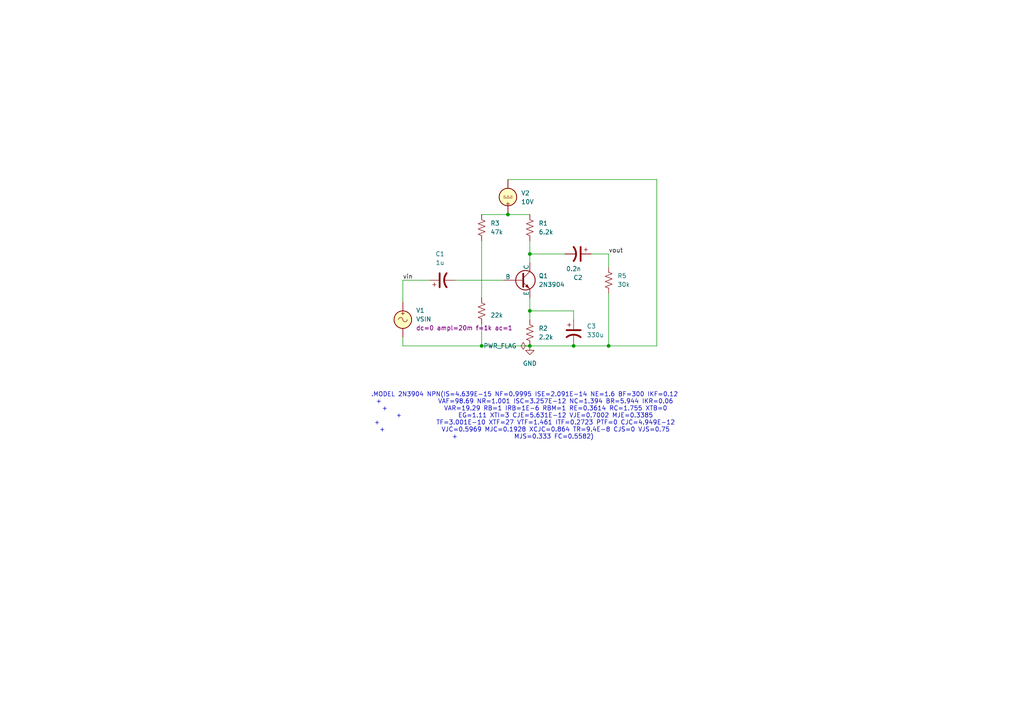
<source format=kicad_sch>
(kicad_sch (version 20250114) (generator "eeschema") (generator_version "9.0")
  (paper "A4")
  (lib_symbols
    (symbol "Device:C_Polarized_US" (pin_numbers (hide yes)) (pin_names (offset 0.254) (hide yes))
      (property "Reference" "C" (at 0.635 2.54 0))
      (property "Value" "C_Polarized_US" (at 0.635 -2.54 0))
      (symbol "C_Polarized_US_0_1"
        (polyline (pts (xy -2.032 0.762) (xy 2.032 0.762)) (stroke (width 0.508)))
        (polyline (pts (xy -1.778 2.286) (xy -0.762 2.286)))
        (polyline (pts (xy -1.27 1.778) (xy -1.27 2.794)))
        (arc (start -2.032 -1.27) (mid 0 -0.5572) (end 2.032 -1.27) (stroke (width 0.508)))
      )
      (symbol "C_Polarized_US_1_1"
        (pin passive line (at 0 3.81 270) (length 2.794) (name "~") (number "1"))
        (pin passive line (at 0 -3.81 90) (length 3.302) (name "~") (number "2"))
      )
    )
    (symbol "Device:R_US" (pin_numbers (hide yes)) (pin_names (offset 0))
      (property "Reference" "R" (at 2.54 0 90))
      (property "Value" "R_US" (at -2.54 0 90))
      (symbol "R_US_0_1"
        (polyline (pts (xy 0 2.286) (xy 0 2.54)))
        (polyline (pts (xy 0 2.286) (xy 1.016 1.905) (xy 0 1.524) (xy -1.016 1.143) (xy 0 0.762)))
        (polyline (pts (xy 0 0.762) (xy 1.016 0.381) (xy 0 0) (xy -1.016 -0.381) (xy 0 -0.762)))
        (polyline (pts (xy 0 -0.762) (xy 1.016 -1.143) (xy 0 -1.524) (xy -1.016 -1.905) (xy 0 -2.286)))
        (polyline (pts (xy 0 -2.286) (xy 0 -2.54)))
      )
      (symbol "R_US_1_1"
        (pin passive line (at 0 3.81 270) (length 1.27) (name "~") (number "1"))
        (pin passive line (at 0 -3.81 90) (length 1.27) (name "~") (number "2"))
      )
    )
    (symbol "Simulation_SPICE:NPN" (pin_numbers (hide yes)) (pin_names (offset 0))
      (property "Reference" "Q" (at -2.54 7.62 0))
      (property "Value" "NPN" (at -2.54 5.08 0))
      (symbol "NPN_0_1"
        (polyline (pts (xy -2.54 0) (xy 0.635 0)) (stroke (width 0.1524)))
        (polyline (pts (xy 0.635 1.905) (xy 0.635 -1.905) (xy 0.635 -1.905)) (stroke (width 0.508)))
        (polyline (pts (xy 0.635 0.635) (xy 2.54 2.54)))
        (polyline (pts (xy 0.635 -0.635) (xy 2.54 -2.54) (xy 2.54 -2.54)))
        (circle (center 1.27 0) (radius 2.8194) (stroke (width 0.254)))
        (polyline (pts (xy 1.27 -1.778) (xy 1.778 -1.27) (xy 2.286 -2.286) (xy 1.27 -1.778) (xy 1.27 -1.778)) (fill (type outline)))
        (polyline (pts (xy 2.794 -1.27) (xy 2.794 -1.27)) (stroke (width 0.1524)))
        (polyline (pts (xy 2.794 -1.27) (xy 2.794 -1.27)) (stroke (width 0.1524)))
      )
      (symbol "NPN_1_1"
        (pin input line (at -5.08 0 0) (length 2.54) (name "B") (number "2"))
        (pin open_collector line (at 2.54 5.08 270) (length 2.54) (name "C") (number "1"))
        (pin open_emitter line (at 2.54 -5.08 90) (length 2.54) (name "E") (number "3"))
      )
    )
    (symbol "Simulation_SPICE:VDC" (pin_numbers (hide yes)) (pin_names (offset 0.0254))
      (property "Reference" "V" (at 2.54 2.54 0))
      (property "Value" "1" (at 2.54 0 0))
      (symbol "VDC_0_0"
        (polyline (pts (xy -1.27 0.254) (xy 1.27 0.254)))
        (polyline (pts (xy -0.762 -0.254) (xy -1.27 -0.254)))
        (polyline (pts (xy 0.254 -0.254) (xy -0.254 -0.254)))
        (polyline (pts (xy 1.27 -0.254) (xy 0.762 -0.254)))
        (text "+" (at 0 1.905 0) (effects (font (size 1.27 1.27))))
      )
      (symbol "VDC_0_1"
        (circle (center 0 0) (radius 2.54) (stroke (width 0.254)) (fill (type background)))
      )
      (symbol "VDC_1_1"
        (pin passive line (at 0 5.08 270) (length 2.54) (name "~") (number "1"))
        (pin passive line (at 0 -5.08 90) (length 2.54) (name "~") (number "2"))
      )
    )
    (symbol "Simulation_SPICE:VSIN" (pin_numbers (hide yes)) (pin_names (offset 0.0254))
      (property "Reference" "V" (at 2.54 2.54 0))
      (property "Value" "VSIN" (at 2.54 0 0))
      (property "Sim.Params" "dc=0 ampl=1 f=1k ac=1" (at 2.54 -2.54 0))
      (symbol "VSIN_0_0"
        (arc (start -1.27 0) (mid -0.635 0.6323) (end 0 0))
        (arc (start 1.27 0) (mid 0.635 -0.6323) (end 0 0))
        (text "+" (at 0 1.905 0) (effects (font (size 1.27 1.27))))
      )
      (symbol "VSIN_0_1"
        (circle (center 0 0) (radius 2.54) (stroke (width 0.254)) (fill (type background)))
      )
      (symbol "VSIN_1_1"
        (pin passive line (at 0 5.08 270) (length 2.54) (name "~") (number "1"))
        (pin passive line (at 0 -5.08 90) (length 2.54) (name "~") (number "2"))
      )
    )
    (symbol "power:GND" (power) (pin_numbers (hide yes)) (pin_names (offset 0) (hide yes))
      (property "Value" "GND" (at 0 -3.81 0))
      (symbol "GND_0_1"
        (polyline (pts (xy 0 0) (xy 0 -1.27) (xy 1.27 -1.27) (xy 0 -2.54) (xy -1.27 -1.27) (xy 0 -1.27)))
      )
      (symbol "GND_1_1"
        (pin power_in line (at 0 0 270) (length 0) (name "~") (number "1"))
      )
    )
    (symbol "power:PWR_FLAG" (power) (pin_numbers (hide yes)) (pin_names (offset 0) (hide yes))
      (property "Value" "PWR_FLAG" (at 0 3.81 0))
      (symbol "PWR_FLAG_0_0"
        (pin power_out line (at 0 0 90) (length 0) (name "~") (number "1"))
      )
      (symbol "PWR_FLAG_0_1"
        (polyline (pts (xy 0 0) (xy 0 1.27) (xy -1.016 1.905) (xy 0 2.54) (xy 1.016 1.905) (xy 0 1.27)))
      )
    )
  )
  (text ".MODEL 2N3904 NPN(IS=4.639E-15 NF=0.9995 ISE=2.091E-14 NE=1.6 BF=300 IKF=0.12\n+                 VAF=98.69 NR=1.001 ISC=3.257E-12 NC=1.394 BR=5.944 IKR=0.06\n+                 VAR=19.29 RB=1 IRB=1E-6 RBM=1 RE=0.3614 RC=1.755 XTB=0\n+                 EG=1.11 XTI=3 CJE=5.631E-12 VJE=0.7002 MJE=0.3385\n+                 TF=3.001E-10 XTF=27 VTF=1.461 ITF=0.2723 PTF=0 CJC=4.949E-12\n+                 VJC=0.5969 MJC=0.1928 XCJC=0.864 TR=9.4E-8 CJS=0 VJS=0.75\n+                 MJS=0.333 FC=0.5582) \n" (at 152.146 120.65 0) (effects (font (size 1.27 1.27))))
  (junction (at 176.53 100.33))
  (junction (at 147.32 62.23))
  (junction (at 166.37 100.33))
  (junction (at 153.67 90.17))
  (junction (at 153.67 100.33))
  (junction (at 153.67 73.66))
  (junction (at 139.7 100.33))
  (wire (pts (xy 139.7 69.85) (xy 139.7 86.36)))
  (wire (pts (xy 139.7 100.33) (xy 153.67 100.33)))
  (wire (pts (xy 166.37 92.71) (xy 166.37 90.17)))
  (wire (pts (xy 153.67 100.33) (xy 166.37 100.33)))
  (wire (pts (xy 176.53 85.09) (xy 176.53 100.33)))
  (wire (pts (xy 116.84 87.63) (xy 116.84 81.28)))
  (wire (pts (xy 153.67 90.17) (xy 153.67 92.71)))
  (wire (pts (xy 176.53 73.66) (xy 176.53 77.47)))
  (wire (pts (xy 116.84 100.33) (xy 139.7 100.33)))
  (wire (pts (xy 166.37 90.17) (xy 153.67 90.17)))
  (wire (pts (xy 116.84 81.28) (xy 124.46 81.28)))
  (wire (pts (xy 153.67 69.85) (xy 153.67 73.66)))
  (wire (pts (xy 153.67 73.66) (xy 153.67 76.2)))
  (wire (pts (xy 166.37 100.33) (xy 176.53 100.33)))
  (wire (pts (xy 116.84 97.79) (xy 116.84 100.33)))
  (wire (pts (xy 139.7 62.23) (xy 147.32 62.23)))
  (wire (pts (xy 147.32 62.23) (xy 153.67 62.23)))
  (wire (pts (xy 139.7 93.98) (xy 139.7 100.33)))
  (wire (pts (xy 171.45 73.66) (xy 176.53 73.66)))
  (wire (pts (xy 176.53 100.33) (xy 190.5 100.33)))
  (wire (pts (xy 153.67 73.66) (xy 163.83 73.66)))
  (wire (pts (xy 153.67 86.36) (xy 153.67 90.17)))
  (wire (pts (xy 132.08 81.28) (xy 146.05 81.28)))
  (wire (pts (xy 190.5 52.07) (xy 190.5 100.33)))
  (wire (pts (xy 147.32 52.07) (xy 190.5 52.07)))
  (label "vout" (at 176.53 73.66 0))
  (label "vin" (at 116.84 81.28 0))
  (symbol (lib_id "Device:R_US") (at 176.53 81.28 0) (unit 1)
    (property "Reference" "R5" (at 179.07 80.0099 0) (effects (justify left)))
    (property "Value" "30k" (at 179.07 82.5499 0) (effects (justify left)))
    (property "Description" "Resistor, US symbol" (effects (hide yes)))
  )
  (symbol (lib_id "Device:C_Polarized_US") (at 167.64 73.66 270) (unit 1)
    (property "Reference" "C2" (at 167.64 80.518 90))
    (property "Value" "0.2n" (at 166.37 77.978 90))
    (property "Description" "Polarized capacitor, US symbol" (effects (hide yes)))
  )
  (symbol (lib_id "Simulation_SPICE:VSIN") (at 116.84 92.71 0) (unit 1)
    (property "Reference" "V1" (at 120.65 90.0401 0) (effects (justify left)))
    (property "Value" "VSIN" (at 120.65 92.5801 0) (effects (justify left)))
    (property "Datasheet" "https://ngspice.sourceforge.io/docs/ngspice-html-manual/manual.xhtml#sec_Independent_Sources_for" (effects (hide yes)))
    (property "Description" "Voltage source, sinusoidal" (effects (hide yes)))
    (property "Sim.Pins" "1=+ 2=-" (effects (hide yes)))
    (property "Sim.Params" "dc=0 ampl=20m f=1k ac=1" (at 120.65 95.1201 0) (effects (justify left)))
    (property "Sim.Type" "SIN" (effects (hide yes)))
    (property "Sim.Device" "V" (effects (hide yes)))
  )
  (symbol (lib_id "Device:C_Polarized_US") (at 166.37 96.52 0) (unit 1)
    (property "Reference" "C3" (at 170.18 94.6149 0) (effects (justify left)))
    (property "Value" "330u" (at 170.18 97.1549 0) (effects (justify left)))
    (property "Description" "Polarized capacitor, US symbol" (effects (hide yes)))
  )
  (symbol (lib_id "Device:C_Polarized_US") (at 128.27 81.28 90) (unit 1)
    (property "Reference" "C1" (at 127.635 73.66 90))
    (property "Value" "1u" (at 127.635 76.2 90))
    (property "Description" "Polarized capacitor, US symbol" (effects (hide yes)))
  )
  (symbol (lib_id "Simulation_SPICE:NPN") (at 151.13 81.28 0) (unit 1)
    (property "Reference" "Q1" (at 156.21 80.0099 0) (effects (justify left)))
    (property "Value" "2N3904" (at 156.21 82.5499 0) (effects (justify left)))
    (property "Datasheet" "https://ngspice.sourceforge.io/docs/ngspice-html-manual/manual.xhtml#cha_BJTs" (effects (hide yes)))
    (property "Description" "Bipolar transistor symbol for simulation only, substrate tied to the emitter" (effects (hide yes)))
    (property "Sim.Device" "NPN" (effects (hide yes)))
    (property "Sim.Type" "GUMMELPOON" (effects (hide yes)))
    (property "Sim.Pins" "1=C 2=B 3=E" (effects (hide yes)))
  )
  (symbol (lib_id "Device:R_US") (at 139.7 66.04 0) (unit 1)
    (property "Reference" "R3" (at 142.24 64.7699 0) (effects (justify left)))
    (property "Value" "47k" (at 142.24 67.3099 0) (effects (justify left)))
    (property "Description" "Resistor, US symbol" (effects (hide yes)))
  )
  (symbol (lib_id "power:GND") (at 153.67 100.33 0) (unit 1)
    (property "Reference" "#PWR02" (effects (hide yes)))
    (property "Value" "GND" (at 153.67 105.41 0))
    (property "Description" "Power symbol creates a global label with name \"GND\" , ground" (effects (hide yes)))
  )
  (symbol (lib_id "power:PWR_FLAG") (at 153.67 100.33 90) (unit 1)
    (property "Reference" "#FLG01" (effects (hide yes)))
    (property "Value" "PWR_FLAG" (at 149.86 100.3299 90) (effects (justify left)))
    (property "Description" "Special symbol for telling ERC where power comes from" (effects (hide yes)))
  )
  (symbol (lib_id "Device:R_US") (at 139.7 90.17 0) (unit 1)
    (property "Reference" "R4" (effects (hide yes)))
    (property "Value" "22k" (at 142.24 91.4399 0) (effects (justify left)))
    (property "Description" "Resistor, US symbol" (effects (hide yes)))
  )
  (symbol (lib_id "Simulation_SPICE:VDC") (at 147.32 57.15 180) (unit 1)
    (property "Reference" "V2" (at 151.13 56.0097 0) (effects (justify right)))
    (property "Value" "10V" (at 151.13 58.5497 0) (effects (justify right)))
    (property "Datasheet" "https://ngspice.sourceforge.io/docs/ngspice-html-manual/manual.xhtml#sec_Independent_Sources_for" (effects (hide yes)))
    (property "Description" "Voltage source, DC" (effects (hide yes)))
    (property "Sim.Pins" "1=+ 2=-" (effects (hide yes)))
    (property "Sim.Type" "DC" (effects (hide yes)))
    (property "Sim.Device" "V" (effects (hide yes)))
  )
  (symbol (lib_id "Device:R_US") (at 153.67 96.52 0) (unit 1)
    (property "Reference" "R2" (at 156.21 95.2499 0) (effects (justify left)))
    (property "Value" "2.2k" (at 156.21 97.7899 0) (effects (justify left)))
    (property "Description" "Resistor, US symbol" (effects (hide yes)))
  )
  (symbol (lib_id "Device:R_US") (at 153.67 66.04 0) (unit 1)
    (property "Reference" "R1" (at 156.21 64.7699 0) (effects (justify left)))
    (property "Value" "6.2k" (at 156.21 67.3099 0) (effects (justify left)))
    (property "Description" "Resistor, US symbol" (effects (hide yes)))
  )
)
</source>
